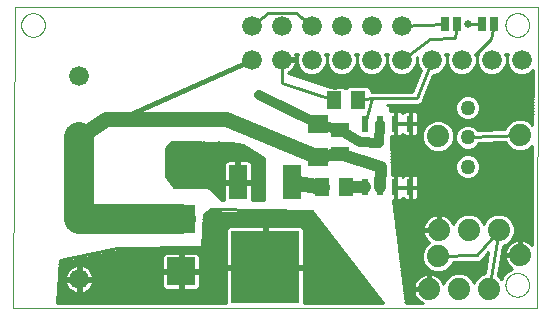
<source format=gtl>
G75*
%MOIN*%
%OFA0B0*%
%FSLAX25Y25*%
%IPPOS*%
%LPD*%
%AMOC8*
5,1,8,0,0,1.08239X$1,22.5*
%
%ADD10C,0.00000*%
%ADD11C,0.06600*%
%ADD12C,0.07400*%
%ADD13C,0.05000*%
%ADD14R,0.02362X0.05512*%
%ADD15R,0.22835X0.24409*%
%ADD16R,0.06299X0.11811*%
%ADD17R,0.05906X0.05118*%
%ADD18R,0.07087X0.06299*%
%ADD19R,0.09449X0.09449*%
%ADD20R,0.05118X0.05906*%
%ADD21R,0.02500X0.05000*%
%ADD22C,0.01000*%
%ADD23C,0.02500*%
%ADD24C,0.03200*%
%ADD25C,0.01600*%
%ADD26C,0.04000*%
%ADD27C,0.05000*%
%ADD28C,0.10000*%
D10*
X0003833Y0004000D02*
X0178333Y0004000D01*
X0178833Y0104394D01*
X0004333Y0104394D01*
X0003833Y0004000D01*
X0006522Y0098488D02*
X0006524Y0098613D01*
X0006530Y0098738D01*
X0006540Y0098862D01*
X0006554Y0098986D01*
X0006571Y0099110D01*
X0006593Y0099233D01*
X0006619Y0099355D01*
X0006648Y0099477D01*
X0006681Y0099597D01*
X0006719Y0099716D01*
X0006759Y0099835D01*
X0006804Y0099951D01*
X0006852Y0100066D01*
X0006904Y0100180D01*
X0006960Y0100292D01*
X0007019Y0100402D01*
X0007081Y0100510D01*
X0007147Y0100617D01*
X0007216Y0100721D01*
X0007289Y0100822D01*
X0007364Y0100922D01*
X0007443Y0101019D01*
X0007525Y0101113D01*
X0007610Y0101205D01*
X0007697Y0101294D01*
X0007788Y0101380D01*
X0007881Y0101463D01*
X0007977Y0101544D01*
X0008075Y0101621D01*
X0008175Y0101695D01*
X0008278Y0101766D01*
X0008383Y0101833D01*
X0008491Y0101898D01*
X0008600Y0101958D01*
X0008711Y0102016D01*
X0008824Y0102069D01*
X0008938Y0102119D01*
X0009054Y0102166D01*
X0009171Y0102208D01*
X0009290Y0102247D01*
X0009410Y0102283D01*
X0009531Y0102314D01*
X0009653Y0102342D01*
X0009775Y0102365D01*
X0009899Y0102385D01*
X0010023Y0102401D01*
X0010147Y0102413D01*
X0010272Y0102421D01*
X0010397Y0102425D01*
X0010521Y0102425D01*
X0010646Y0102421D01*
X0010771Y0102413D01*
X0010895Y0102401D01*
X0011019Y0102385D01*
X0011143Y0102365D01*
X0011265Y0102342D01*
X0011387Y0102314D01*
X0011508Y0102283D01*
X0011628Y0102247D01*
X0011747Y0102208D01*
X0011864Y0102166D01*
X0011980Y0102119D01*
X0012094Y0102069D01*
X0012207Y0102016D01*
X0012318Y0101958D01*
X0012428Y0101898D01*
X0012535Y0101833D01*
X0012640Y0101766D01*
X0012743Y0101695D01*
X0012843Y0101621D01*
X0012941Y0101544D01*
X0013037Y0101463D01*
X0013130Y0101380D01*
X0013221Y0101294D01*
X0013308Y0101205D01*
X0013393Y0101113D01*
X0013475Y0101019D01*
X0013554Y0100922D01*
X0013629Y0100822D01*
X0013702Y0100721D01*
X0013771Y0100617D01*
X0013837Y0100510D01*
X0013899Y0100402D01*
X0013958Y0100292D01*
X0014014Y0100180D01*
X0014066Y0100066D01*
X0014114Y0099951D01*
X0014159Y0099835D01*
X0014199Y0099716D01*
X0014237Y0099597D01*
X0014270Y0099477D01*
X0014299Y0099355D01*
X0014325Y0099233D01*
X0014347Y0099110D01*
X0014364Y0098986D01*
X0014378Y0098862D01*
X0014388Y0098738D01*
X0014394Y0098613D01*
X0014396Y0098488D01*
X0014394Y0098363D01*
X0014388Y0098238D01*
X0014378Y0098114D01*
X0014364Y0097990D01*
X0014347Y0097866D01*
X0014325Y0097743D01*
X0014299Y0097621D01*
X0014270Y0097499D01*
X0014237Y0097379D01*
X0014199Y0097260D01*
X0014159Y0097141D01*
X0014114Y0097025D01*
X0014066Y0096910D01*
X0014014Y0096796D01*
X0013958Y0096684D01*
X0013899Y0096574D01*
X0013837Y0096466D01*
X0013771Y0096359D01*
X0013702Y0096255D01*
X0013629Y0096154D01*
X0013554Y0096054D01*
X0013475Y0095957D01*
X0013393Y0095863D01*
X0013308Y0095771D01*
X0013221Y0095682D01*
X0013130Y0095596D01*
X0013037Y0095513D01*
X0012941Y0095432D01*
X0012843Y0095355D01*
X0012743Y0095281D01*
X0012640Y0095210D01*
X0012535Y0095143D01*
X0012427Y0095078D01*
X0012318Y0095018D01*
X0012207Y0094960D01*
X0012094Y0094907D01*
X0011980Y0094857D01*
X0011864Y0094810D01*
X0011747Y0094768D01*
X0011628Y0094729D01*
X0011508Y0094693D01*
X0011387Y0094662D01*
X0011265Y0094634D01*
X0011143Y0094611D01*
X0011019Y0094591D01*
X0010895Y0094575D01*
X0010771Y0094563D01*
X0010646Y0094555D01*
X0010521Y0094551D01*
X0010397Y0094551D01*
X0010272Y0094555D01*
X0010147Y0094563D01*
X0010023Y0094575D01*
X0009899Y0094591D01*
X0009775Y0094611D01*
X0009653Y0094634D01*
X0009531Y0094662D01*
X0009410Y0094693D01*
X0009290Y0094729D01*
X0009171Y0094768D01*
X0009054Y0094810D01*
X0008938Y0094857D01*
X0008824Y0094907D01*
X0008711Y0094960D01*
X0008600Y0095018D01*
X0008490Y0095078D01*
X0008383Y0095143D01*
X0008278Y0095210D01*
X0008175Y0095281D01*
X0008075Y0095355D01*
X0007977Y0095432D01*
X0007881Y0095513D01*
X0007788Y0095596D01*
X0007697Y0095682D01*
X0007610Y0095771D01*
X0007525Y0095863D01*
X0007443Y0095957D01*
X0007364Y0096054D01*
X0007289Y0096154D01*
X0007216Y0096255D01*
X0007147Y0096359D01*
X0007081Y0096466D01*
X0007019Y0096574D01*
X0006960Y0096684D01*
X0006904Y0096796D01*
X0006852Y0096910D01*
X0006804Y0097025D01*
X0006759Y0097141D01*
X0006719Y0097260D01*
X0006681Y0097379D01*
X0006648Y0097499D01*
X0006619Y0097621D01*
X0006593Y0097743D01*
X0006571Y0097866D01*
X0006554Y0097990D01*
X0006540Y0098114D01*
X0006530Y0098238D01*
X0006524Y0098363D01*
X0006522Y0098488D01*
X0167940Y0098488D02*
X0167942Y0098613D01*
X0167948Y0098738D01*
X0167958Y0098862D01*
X0167972Y0098986D01*
X0167989Y0099110D01*
X0168011Y0099233D01*
X0168037Y0099355D01*
X0168066Y0099477D01*
X0168099Y0099597D01*
X0168137Y0099716D01*
X0168177Y0099835D01*
X0168222Y0099951D01*
X0168270Y0100066D01*
X0168322Y0100180D01*
X0168378Y0100292D01*
X0168437Y0100402D01*
X0168499Y0100510D01*
X0168565Y0100617D01*
X0168634Y0100721D01*
X0168707Y0100822D01*
X0168782Y0100922D01*
X0168861Y0101019D01*
X0168943Y0101113D01*
X0169028Y0101205D01*
X0169115Y0101294D01*
X0169206Y0101380D01*
X0169299Y0101463D01*
X0169395Y0101544D01*
X0169493Y0101621D01*
X0169593Y0101695D01*
X0169696Y0101766D01*
X0169801Y0101833D01*
X0169909Y0101898D01*
X0170018Y0101958D01*
X0170129Y0102016D01*
X0170242Y0102069D01*
X0170356Y0102119D01*
X0170472Y0102166D01*
X0170589Y0102208D01*
X0170708Y0102247D01*
X0170828Y0102283D01*
X0170949Y0102314D01*
X0171071Y0102342D01*
X0171193Y0102365D01*
X0171317Y0102385D01*
X0171441Y0102401D01*
X0171565Y0102413D01*
X0171690Y0102421D01*
X0171815Y0102425D01*
X0171939Y0102425D01*
X0172064Y0102421D01*
X0172189Y0102413D01*
X0172313Y0102401D01*
X0172437Y0102385D01*
X0172561Y0102365D01*
X0172683Y0102342D01*
X0172805Y0102314D01*
X0172926Y0102283D01*
X0173046Y0102247D01*
X0173165Y0102208D01*
X0173282Y0102166D01*
X0173398Y0102119D01*
X0173512Y0102069D01*
X0173625Y0102016D01*
X0173736Y0101958D01*
X0173846Y0101898D01*
X0173953Y0101833D01*
X0174058Y0101766D01*
X0174161Y0101695D01*
X0174261Y0101621D01*
X0174359Y0101544D01*
X0174455Y0101463D01*
X0174548Y0101380D01*
X0174639Y0101294D01*
X0174726Y0101205D01*
X0174811Y0101113D01*
X0174893Y0101019D01*
X0174972Y0100922D01*
X0175047Y0100822D01*
X0175120Y0100721D01*
X0175189Y0100617D01*
X0175255Y0100510D01*
X0175317Y0100402D01*
X0175376Y0100292D01*
X0175432Y0100180D01*
X0175484Y0100066D01*
X0175532Y0099951D01*
X0175577Y0099835D01*
X0175617Y0099716D01*
X0175655Y0099597D01*
X0175688Y0099477D01*
X0175717Y0099355D01*
X0175743Y0099233D01*
X0175765Y0099110D01*
X0175782Y0098986D01*
X0175796Y0098862D01*
X0175806Y0098738D01*
X0175812Y0098613D01*
X0175814Y0098488D01*
X0175812Y0098363D01*
X0175806Y0098238D01*
X0175796Y0098114D01*
X0175782Y0097990D01*
X0175765Y0097866D01*
X0175743Y0097743D01*
X0175717Y0097621D01*
X0175688Y0097499D01*
X0175655Y0097379D01*
X0175617Y0097260D01*
X0175577Y0097141D01*
X0175532Y0097025D01*
X0175484Y0096910D01*
X0175432Y0096796D01*
X0175376Y0096684D01*
X0175317Y0096574D01*
X0175255Y0096466D01*
X0175189Y0096359D01*
X0175120Y0096255D01*
X0175047Y0096154D01*
X0174972Y0096054D01*
X0174893Y0095957D01*
X0174811Y0095863D01*
X0174726Y0095771D01*
X0174639Y0095682D01*
X0174548Y0095596D01*
X0174455Y0095513D01*
X0174359Y0095432D01*
X0174261Y0095355D01*
X0174161Y0095281D01*
X0174058Y0095210D01*
X0173953Y0095143D01*
X0173845Y0095078D01*
X0173736Y0095018D01*
X0173625Y0094960D01*
X0173512Y0094907D01*
X0173398Y0094857D01*
X0173282Y0094810D01*
X0173165Y0094768D01*
X0173046Y0094729D01*
X0172926Y0094693D01*
X0172805Y0094662D01*
X0172683Y0094634D01*
X0172561Y0094611D01*
X0172437Y0094591D01*
X0172313Y0094575D01*
X0172189Y0094563D01*
X0172064Y0094555D01*
X0171939Y0094551D01*
X0171815Y0094551D01*
X0171690Y0094555D01*
X0171565Y0094563D01*
X0171441Y0094575D01*
X0171317Y0094591D01*
X0171193Y0094611D01*
X0171071Y0094634D01*
X0170949Y0094662D01*
X0170828Y0094693D01*
X0170708Y0094729D01*
X0170589Y0094768D01*
X0170472Y0094810D01*
X0170356Y0094857D01*
X0170242Y0094907D01*
X0170129Y0094960D01*
X0170018Y0095018D01*
X0169908Y0095078D01*
X0169801Y0095143D01*
X0169696Y0095210D01*
X0169593Y0095281D01*
X0169493Y0095355D01*
X0169395Y0095432D01*
X0169299Y0095513D01*
X0169206Y0095596D01*
X0169115Y0095682D01*
X0169028Y0095771D01*
X0168943Y0095863D01*
X0168861Y0095957D01*
X0168782Y0096054D01*
X0168707Y0096154D01*
X0168634Y0096255D01*
X0168565Y0096359D01*
X0168499Y0096466D01*
X0168437Y0096574D01*
X0168378Y0096684D01*
X0168322Y0096796D01*
X0168270Y0096910D01*
X0168222Y0097025D01*
X0168177Y0097141D01*
X0168137Y0097260D01*
X0168099Y0097379D01*
X0168066Y0097499D01*
X0168037Y0097621D01*
X0168011Y0097743D01*
X0167989Y0097866D01*
X0167972Y0097990D01*
X0167958Y0098114D01*
X0167948Y0098238D01*
X0167942Y0098363D01*
X0167940Y0098488D01*
X0167940Y0011874D02*
X0167942Y0011999D01*
X0167948Y0012124D01*
X0167958Y0012248D01*
X0167972Y0012372D01*
X0167989Y0012496D01*
X0168011Y0012619D01*
X0168037Y0012741D01*
X0168066Y0012863D01*
X0168099Y0012983D01*
X0168137Y0013102D01*
X0168177Y0013221D01*
X0168222Y0013337D01*
X0168270Y0013452D01*
X0168322Y0013566D01*
X0168378Y0013678D01*
X0168437Y0013788D01*
X0168499Y0013896D01*
X0168565Y0014003D01*
X0168634Y0014107D01*
X0168707Y0014208D01*
X0168782Y0014308D01*
X0168861Y0014405D01*
X0168943Y0014499D01*
X0169028Y0014591D01*
X0169115Y0014680D01*
X0169206Y0014766D01*
X0169299Y0014849D01*
X0169395Y0014930D01*
X0169493Y0015007D01*
X0169593Y0015081D01*
X0169696Y0015152D01*
X0169801Y0015219D01*
X0169909Y0015284D01*
X0170018Y0015344D01*
X0170129Y0015402D01*
X0170242Y0015455D01*
X0170356Y0015505D01*
X0170472Y0015552D01*
X0170589Y0015594D01*
X0170708Y0015633D01*
X0170828Y0015669D01*
X0170949Y0015700D01*
X0171071Y0015728D01*
X0171193Y0015751D01*
X0171317Y0015771D01*
X0171441Y0015787D01*
X0171565Y0015799D01*
X0171690Y0015807D01*
X0171815Y0015811D01*
X0171939Y0015811D01*
X0172064Y0015807D01*
X0172189Y0015799D01*
X0172313Y0015787D01*
X0172437Y0015771D01*
X0172561Y0015751D01*
X0172683Y0015728D01*
X0172805Y0015700D01*
X0172926Y0015669D01*
X0173046Y0015633D01*
X0173165Y0015594D01*
X0173282Y0015552D01*
X0173398Y0015505D01*
X0173512Y0015455D01*
X0173625Y0015402D01*
X0173736Y0015344D01*
X0173846Y0015284D01*
X0173953Y0015219D01*
X0174058Y0015152D01*
X0174161Y0015081D01*
X0174261Y0015007D01*
X0174359Y0014930D01*
X0174455Y0014849D01*
X0174548Y0014766D01*
X0174639Y0014680D01*
X0174726Y0014591D01*
X0174811Y0014499D01*
X0174893Y0014405D01*
X0174972Y0014308D01*
X0175047Y0014208D01*
X0175120Y0014107D01*
X0175189Y0014003D01*
X0175255Y0013896D01*
X0175317Y0013788D01*
X0175376Y0013678D01*
X0175432Y0013566D01*
X0175484Y0013452D01*
X0175532Y0013337D01*
X0175577Y0013221D01*
X0175617Y0013102D01*
X0175655Y0012983D01*
X0175688Y0012863D01*
X0175717Y0012741D01*
X0175743Y0012619D01*
X0175765Y0012496D01*
X0175782Y0012372D01*
X0175796Y0012248D01*
X0175806Y0012124D01*
X0175812Y0011999D01*
X0175814Y0011874D01*
X0175812Y0011749D01*
X0175806Y0011624D01*
X0175796Y0011500D01*
X0175782Y0011376D01*
X0175765Y0011252D01*
X0175743Y0011129D01*
X0175717Y0011007D01*
X0175688Y0010885D01*
X0175655Y0010765D01*
X0175617Y0010646D01*
X0175577Y0010527D01*
X0175532Y0010411D01*
X0175484Y0010296D01*
X0175432Y0010182D01*
X0175376Y0010070D01*
X0175317Y0009960D01*
X0175255Y0009852D01*
X0175189Y0009745D01*
X0175120Y0009641D01*
X0175047Y0009540D01*
X0174972Y0009440D01*
X0174893Y0009343D01*
X0174811Y0009249D01*
X0174726Y0009157D01*
X0174639Y0009068D01*
X0174548Y0008982D01*
X0174455Y0008899D01*
X0174359Y0008818D01*
X0174261Y0008741D01*
X0174161Y0008667D01*
X0174058Y0008596D01*
X0173953Y0008529D01*
X0173845Y0008464D01*
X0173736Y0008404D01*
X0173625Y0008346D01*
X0173512Y0008293D01*
X0173398Y0008243D01*
X0173282Y0008196D01*
X0173165Y0008154D01*
X0173046Y0008115D01*
X0172926Y0008079D01*
X0172805Y0008048D01*
X0172683Y0008020D01*
X0172561Y0007997D01*
X0172437Y0007977D01*
X0172313Y0007961D01*
X0172189Y0007949D01*
X0172064Y0007941D01*
X0171939Y0007937D01*
X0171815Y0007937D01*
X0171690Y0007941D01*
X0171565Y0007949D01*
X0171441Y0007961D01*
X0171317Y0007977D01*
X0171193Y0007997D01*
X0171071Y0008020D01*
X0170949Y0008048D01*
X0170828Y0008079D01*
X0170708Y0008115D01*
X0170589Y0008154D01*
X0170472Y0008196D01*
X0170356Y0008243D01*
X0170242Y0008293D01*
X0170129Y0008346D01*
X0170018Y0008404D01*
X0169908Y0008464D01*
X0169801Y0008529D01*
X0169696Y0008596D01*
X0169593Y0008667D01*
X0169493Y0008741D01*
X0169395Y0008818D01*
X0169299Y0008899D01*
X0169206Y0008982D01*
X0169115Y0009068D01*
X0169028Y0009157D01*
X0168943Y0009249D01*
X0168861Y0009343D01*
X0168782Y0009440D01*
X0168707Y0009540D01*
X0168634Y0009641D01*
X0168565Y0009745D01*
X0168499Y0009852D01*
X0168437Y0009960D01*
X0168378Y0010070D01*
X0168322Y0010182D01*
X0168270Y0010296D01*
X0168222Y0010411D01*
X0168177Y0010527D01*
X0168137Y0010646D01*
X0168099Y0010765D01*
X0168066Y0010885D01*
X0168037Y0011007D01*
X0168011Y0011129D01*
X0167989Y0011252D01*
X0167972Y0011376D01*
X0167958Y0011500D01*
X0167948Y0011624D01*
X0167942Y0011749D01*
X0167940Y0011874D01*
D11*
X0163333Y0086874D03*
X0153333Y0086874D03*
X0143333Y0086874D03*
X0133333Y0086874D03*
X0123333Y0086874D03*
X0113333Y0086874D03*
X0103333Y0086874D03*
X0093333Y0086874D03*
X0083333Y0086874D03*
X0083491Y0098094D03*
X0093491Y0098094D03*
X0103491Y0098094D03*
X0113491Y0098094D03*
X0123491Y0098094D03*
X0133491Y0098094D03*
X0173333Y0086874D03*
X0025833Y0081343D03*
X0025833Y0061264D03*
X0025833Y0033843D03*
X0025833Y0013764D03*
D12*
X0142396Y0010500D03*
X0152396Y0010500D03*
X0162396Y0010500D03*
X0172853Y0021756D03*
X0165668Y0030232D03*
X0155668Y0030232D03*
X0145668Y0030232D03*
X0145499Y0021402D03*
X0145499Y0061402D03*
X0172853Y0061756D03*
D13*
X0155381Y0061083D03*
X0155381Y0070925D03*
X0155381Y0051240D03*
D14*
X0136235Y0044390D03*
X0131235Y0044390D03*
X0126235Y0044390D03*
X0121235Y0044390D03*
X0121235Y0065650D03*
X0126235Y0065650D03*
X0131235Y0065650D03*
X0136235Y0065650D03*
D15*
X0087833Y0017732D03*
D16*
X0078778Y0046000D03*
X0096888Y0046000D03*
D17*
X0112833Y0055563D03*
X0112833Y0063437D03*
D18*
X0105333Y0065512D03*
X0105333Y0054488D03*
D19*
X0059833Y0033661D03*
X0059833Y0016339D03*
D20*
X0106896Y0044500D03*
X0114770Y0044500D03*
X0110896Y0073500D03*
X0118770Y0073500D03*
D21*
X0147858Y0098882D03*
X0151801Y0098882D03*
X0160062Y0098882D03*
X0164006Y0098882D03*
D22*
X0163215Y0093764D01*
X0158278Y0088902D01*
X0157917Y0088873D02*
X0158750Y0088873D01*
X0158750Y0088874D02*
X0158333Y0087869D01*
X0157917Y0088874D01*
X0158750Y0088874D01*
X0158336Y0087875D02*
X0158331Y0087875D01*
X0158333Y0087869D02*
X0158333Y0085879D01*
X0157572Y0084042D01*
X0156166Y0082635D01*
X0154328Y0081874D01*
X0152339Y0081874D01*
X0150501Y0082635D01*
X0149095Y0084042D01*
X0148333Y0085879D01*
X0148333Y0087869D01*
X0147917Y0088874D01*
X0148750Y0088874D01*
X0148333Y0087869D01*
X0148333Y0085879D01*
X0147572Y0084042D01*
X0146166Y0082635D01*
X0144328Y0081874D01*
X0143752Y0081874D01*
X0140533Y0073588D01*
X0140533Y0073089D01*
X0140216Y0072772D01*
X0140054Y0072354D01*
X0139597Y0072153D01*
X0139245Y0071800D01*
X0138796Y0071800D01*
X0138386Y0071619D01*
X0137921Y0071800D01*
X0128409Y0071800D01*
X0129333Y0071500D01*
X0129391Y0069755D01*
X0129475Y0069803D01*
X0129856Y0069905D01*
X0131144Y0069905D01*
X0131144Y0065740D01*
X0131325Y0065740D01*
X0131325Y0069905D01*
X0132613Y0069905D01*
X0132995Y0069803D01*
X0133337Y0069606D01*
X0133616Y0069327D01*
X0133735Y0069121D01*
X0133854Y0069327D01*
X0134133Y0069606D01*
X0134475Y0069803D01*
X0134856Y0069905D01*
X0136144Y0069905D01*
X0136144Y0065740D01*
X0136144Y0065559D01*
X0131326Y0065559D01*
X0131326Y0065740D01*
X0133916Y0065740D01*
X0136144Y0065740D01*
X0136325Y0065740D01*
X0136325Y0069905D01*
X0137613Y0069905D01*
X0137995Y0069803D01*
X0138337Y0069606D01*
X0138616Y0069327D01*
X0138814Y0068984D01*
X0138916Y0068603D01*
X0138916Y0065740D01*
X0136326Y0065740D01*
X0136326Y0065559D01*
X0138916Y0065559D01*
X0138916Y0062696D01*
X0138814Y0062315D01*
X0138616Y0061973D01*
X0138337Y0061693D01*
X0137995Y0061496D01*
X0137613Y0061394D01*
X0136325Y0061394D01*
X0136325Y0065559D01*
X0136144Y0065559D01*
X0136144Y0061394D01*
X0134856Y0061394D01*
X0134475Y0061496D01*
X0134133Y0061693D01*
X0133854Y0061973D01*
X0133735Y0062178D01*
X0133616Y0061973D01*
X0133337Y0061693D01*
X0132995Y0061496D01*
X0132613Y0061394D01*
X0131325Y0061394D01*
X0131325Y0065559D01*
X0131144Y0065559D01*
X0131144Y0061394D01*
X0129856Y0061394D01*
X0129669Y0061444D01*
X0129989Y0051818D01*
X0130044Y0051681D01*
X0130035Y0051096D01*
X0130074Y0050512D01*
X0130037Y0050401D01*
X0130095Y0048646D01*
X0131144Y0048646D01*
X0131144Y0044480D01*
X0131325Y0044480D01*
X0131325Y0048646D01*
X0132613Y0048646D01*
X0132995Y0048543D01*
X0133337Y0048346D01*
X0133616Y0048067D01*
X0133735Y0047861D01*
X0133854Y0048067D01*
X0134133Y0048346D01*
X0134475Y0048543D01*
X0134856Y0048646D01*
X0136144Y0048646D01*
X0136144Y0044480D01*
X0136144Y0044299D01*
X0133554Y0044299D01*
X0131326Y0044299D01*
X0131326Y0044480D01*
X0136144Y0044480D01*
X0136325Y0044480D01*
X0136325Y0048646D01*
X0137613Y0048646D01*
X0137995Y0048543D01*
X0138337Y0048346D01*
X0138616Y0048067D01*
X0138814Y0047725D01*
X0138916Y0047343D01*
X0138916Y0044480D01*
X0136326Y0044480D01*
X0136326Y0044299D01*
X0138916Y0044299D01*
X0138916Y0041436D01*
X0138814Y0041055D01*
X0138616Y0040713D01*
X0138337Y0040434D01*
X0137995Y0040236D01*
X0137613Y0040134D01*
X0136325Y0040134D01*
X0136325Y0044299D01*
X0136144Y0044299D01*
X0136144Y0040134D01*
X0134856Y0040134D01*
X0134475Y0040236D01*
X0134133Y0040434D01*
X0133854Y0040713D01*
X0133735Y0040918D01*
X0133616Y0040713D01*
X0133337Y0040434D01*
X0132995Y0040236D01*
X0132613Y0040134D01*
X0131325Y0040134D01*
X0131325Y0044299D01*
X0131144Y0044299D01*
X0131144Y0040134D01*
X0130497Y0040134D01*
X0134629Y0005700D01*
X0140363Y0005700D01*
X0139671Y0006053D01*
X0139009Y0006534D01*
X0138430Y0007112D01*
X0137949Y0007775D01*
X0137577Y0008504D01*
X0137324Y0009282D01*
X0137196Y0010091D01*
X0137196Y0010200D01*
X0142096Y0010200D01*
X0142096Y0010800D01*
X0137196Y0010800D01*
X0137196Y0010909D01*
X0137324Y0011718D01*
X0137577Y0012496D01*
X0137949Y0013225D01*
X0138430Y0013888D01*
X0139009Y0014466D01*
X0139671Y0014947D01*
X0140400Y0015319D01*
X0141179Y0015572D01*
X0141987Y0015700D01*
X0142096Y0015700D01*
X0142096Y0010800D01*
X0142696Y0010800D01*
X0142696Y0015700D01*
X0142806Y0015700D01*
X0143614Y0015572D01*
X0144392Y0015319D01*
X0145122Y0014947D01*
X0145784Y0014466D01*
X0146363Y0013888D01*
X0146844Y0013225D01*
X0147215Y0012496D01*
X0147287Y0012276D01*
X0147818Y0013559D01*
X0149337Y0015078D01*
X0151322Y0015900D01*
X0153470Y0015900D01*
X0155455Y0015078D01*
X0156974Y0013559D01*
X0157396Y0012540D01*
X0157818Y0013559D01*
X0159337Y0015078D01*
X0161042Y0015784D01*
X0162187Y0022689D01*
X0160710Y0020936D01*
X0160712Y0020859D01*
X0160130Y0020248D01*
X0159586Y0019602D01*
X0159509Y0019595D01*
X0159455Y0019539D01*
X0158611Y0019519D01*
X0157770Y0019447D01*
X0157711Y0019497D01*
X0150482Y0019322D01*
X0150077Y0018343D01*
X0148558Y0016824D01*
X0146573Y0016002D01*
X0144425Y0016002D01*
X0142440Y0016824D01*
X0140921Y0018343D01*
X0140099Y0020327D01*
X0140099Y0022476D01*
X0140921Y0024460D01*
X0142440Y0025979D01*
X0142589Y0026041D01*
X0142280Y0026266D01*
X0141702Y0026845D01*
X0141221Y0027507D01*
X0140849Y0028236D01*
X0140596Y0029015D01*
X0140468Y0029823D01*
X0140468Y0029932D01*
X0145368Y0029932D01*
X0145368Y0030532D01*
X0140468Y0030532D01*
X0140468Y0030642D01*
X0140596Y0031450D01*
X0140849Y0032228D01*
X0141221Y0032958D01*
X0141702Y0033620D01*
X0142280Y0034199D01*
X0142943Y0034680D01*
X0143672Y0035051D01*
X0144450Y0035304D01*
X0145259Y0035432D01*
X0145368Y0035432D01*
X0145368Y0030532D01*
X0145968Y0030532D01*
X0145968Y0035432D01*
X0146077Y0035432D01*
X0146886Y0035304D01*
X0147664Y0035051D01*
X0148393Y0034680D01*
X0149056Y0034199D01*
X0149634Y0033620D01*
X0150115Y0032958D01*
X0150487Y0032228D01*
X0150559Y0032008D01*
X0151090Y0033291D01*
X0152609Y0034810D01*
X0154594Y0035632D01*
X0156742Y0035632D01*
X0158727Y0034810D01*
X0160246Y0033291D01*
X0160668Y0032272D01*
X0161090Y0033291D01*
X0162609Y0034810D01*
X0164594Y0035632D01*
X0166742Y0035632D01*
X0168727Y0034810D01*
X0170246Y0033291D01*
X0171068Y0031306D01*
X0171068Y0029158D01*
X0170246Y0027173D01*
X0168727Y0025654D01*
X0167022Y0024948D01*
X0165390Y0015105D01*
X0165455Y0015078D01*
X0166620Y0013913D01*
X0167098Y0015067D01*
X0168684Y0016653D01*
X0170190Y0017277D01*
X0170128Y0017308D01*
X0169465Y0017790D01*
X0168887Y0018368D01*
X0168406Y0019030D01*
X0168034Y0019760D01*
X0167781Y0020538D01*
X0167653Y0021347D01*
X0167653Y0021370D01*
X0172467Y0021370D01*
X0172467Y0022142D01*
X0172467Y0026956D01*
X0172444Y0026956D01*
X0171635Y0026828D01*
X0170857Y0026575D01*
X0170128Y0026203D01*
X0169465Y0025722D01*
X0168887Y0025143D01*
X0168406Y0024481D01*
X0168034Y0023752D01*
X0167781Y0022974D01*
X0167653Y0022165D01*
X0167653Y0022142D01*
X0172467Y0022142D01*
X0173239Y0022142D01*
X0173239Y0026956D01*
X0173262Y0026956D01*
X0174071Y0026828D01*
X0174849Y0026575D01*
X0175578Y0026203D01*
X0176241Y0025722D01*
X0176739Y0025224D01*
X0176903Y0058169D01*
X0175912Y0057178D01*
X0173927Y0056356D01*
X0171779Y0056356D01*
X0169794Y0057178D01*
X0168275Y0058697D01*
X0167998Y0059367D01*
X0159074Y0059023D01*
X0158941Y0058704D01*
X0157760Y0057522D01*
X0156216Y0056883D01*
X0154545Y0056883D01*
X0153001Y0057522D01*
X0151820Y0058704D01*
X0151181Y0060247D01*
X0151181Y0061918D01*
X0151820Y0063462D01*
X0153001Y0064643D01*
X0154545Y0065283D01*
X0156216Y0065283D01*
X0157760Y0064643D01*
X0158941Y0063462D01*
X0158958Y0063422D01*
X0167840Y0063764D01*
X0168275Y0064815D01*
X0169794Y0066334D01*
X0171779Y0067156D01*
X0173927Y0067156D01*
X0175912Y0066334D01*
X0176939Y0065307D01*
X0177029Y0083499D01*
X0176166Y0082635D01*
X0174328Y0081874D01*
X0172339Y0081874D01*
X0170501Y0082635D01*
X0169095Y0084042D01*
X0168333Y0085879D01*
X0168333Y0087869D01*
X0167917Y0088874D01*
X0168750Y0088874D01*
X0168333Y0087869D01*
X0168333Y0085879D01*
X0167572Y0084042D01*
X0166166Y0082635D01*
X0164328Y0081874D01*
X0162339Y0081874D01*
X0160501Y0082635D01*
X0159095Y0084042D01*
X0158333Y0085879D01*
X0158333Y0087869D01*
X0158333Y0086876D02*
X0158333Y0086876D01*
X0158333Y0085878D02*
X0158334Y0085878D01*
X0157919Y0084879D02*
X0158748Y0084879D01*
X0159255Y0083881D02*
X0157411Y0083881D01*
X0156413Y0082882D02*
X0160254Y0082882D01*
X0162315Y0081884D02*
X0154352Y0081884D01*
X0152315Y0081884D02*
X0144352Y0081884D01*
X0143368Y0080885D02*
X0177016Y0080885D01*
X0177011Y0079887D02*
X0142980Y0079887D01*
X0142592Y0078888D02*
X0177006Y0078888D01*
X0177001Y0077890D02*
X0142204Y0077890D01*
X0141816Y0076891D02*
X0176996Y0076891D01*
X0176991Y0075893D02*
X0141429Y0075893D01*
X0141041Y0074894D02*
X0153988Y0074894D01*
X0154545Y0075125D02*
X0153001Y0074486D01*
X0151820Y0073304D01*
X0151181Y0071761D01*
X0151181Y0070090D01*
X0151820Y0068546D01*
X0153001Y0067365D01*
X0154545Y0066725D01*
X0156216Y0066725D01*
X0157760Y0067365D01*
X0158941Y0068546D01*
X0159581Y0070090D01*
X0159581Y0071761D01*
X0158941Y0073304D01*
X0157760Y0074486D01*
X0156216Y0075125D01*
X0154545Y0075125D01*
X0156773Y0074894D02*
X0176986Y0074894D01*
X0176981Y0073896D02*
X0158350Y0073896D01*
X0159110Y0072897D02*
X0176976Y0072897D01*
X0176971Y0071899D02*
X0159523Y0071899D01*
X0159581Y0070900D02*
X0176967Y0070900D01*
X0176962Y0069902D02*
X0159503Y0069902D01*
X0159089Y0068903D02*
X0176957Y0068903D01*
X0176952Y0067905D02*
X0158300Y0067905D01*
X0156653Y0066906D02*
X0171176Y0066906D01*
X0169368Y0065908D02*
X0148629Y0065908D01*
X0148558Y0065979D02*
X0146573Y0066802D01*
X0144425Y0066802D01*
X0142440Y0065979D01*
X0140921Y0064460D01*
X0140099Y0062476D01*
X0140099Y0060327D01*
X0140921Y0058343D01*
X0142440Y0056824D01*
X0144425Y0056002D01*
X0146573Y0056002D01*
X0148558Y0056824D01*
X0150077Y0058343D01*
X0150899Y0060327D01*
X0150899Y0062476D01*
X0150077Y0064460D01*
X0148558Y0065979D01*
X0149628Y0064909D02*
X0153643Y0064909D01*
X0152269Y0063911D02*
X0150304Y0063911D01*
X0150718Y0062912D02*
X0151592Y0062912D01*
X0151181Y0061914D02*
X0150899Y0061914D01*
X0150899Y0060915D02*
X0151181Y0060915D01*
X0151318Y0059917D02*
X0150729Y0059917D01*
X0150315Y0058918D02*
X0151731Y0058918D01*
X0152604Y0057920D02*
X0149653Y0057920D01*
X0148655Y0056921D02*
X0154452Y0056921D01*
X0156309Y0056921D02*
X0170414Y0056921D01*
X0169053Y0057920D02*
X0158157Y0057920D01*
X0159030Y0058918D02*
X0168184Y0058918D01*
X0172853Y0061756D02*
X0155381Y0061083D01*
X0158492Y0063911D02*
X0167901Y0063911D01*
X0168370Y0064909D02*
X0157118Y0064909D01*
X0154108Y0066906D02*
X0138916Y0066906D01*
X0138916Y0065908D02*
X0142368Y0065908D01*
X0141370Y0064909D02*
X0138916Y0064909D01*
X0138916Y0063911D02*
X0140693Y0063911D01*
X0140279Y0062912D02*
X0138916Y0062912D01*
X0138557Y0061914D02*
X0140099Y0061914D01*
X0140099Y0060915D02*
X0129686Y0060915D01*
X0129719Y0059917D02*
X0140269Y0059917D01*
X0140682Y0058918D02*
X0129753Y0058918D01*
X0129786Y0057920D02*
X0141344Y0057920D01*
X0142342Y0056921D02*
X0129819Y0056921D01*
X0129853Y0055923D02*
X0176892Y0055923D01*
X0176897Y0056921D02*
X0175292Y0056921D01*
X0176653Y0057920D02*
X0176902Y0057920D01*
X0176887Y0054924D02*
X0157462Y0054924D01*
X0157760Y0054801D02*
X0156216Y0055440D01*
X0154545Y0055440D01*
X0153001Y0054801D01*
X0151820Y0053619D01*
X0151181Y0052076D01*
X0151181Y0050405D01*
X0151820Y0048861D01*
X0153001Y0047680D01*
X0154545Y0047040D01*
X0156216Y0047040D01*
X0157760Y0047680D01*
X0158941Y0048861D01*
X0159581Y0050405D01*
X0159581Y0052076D01*
X0158941Y0053619D01*
X0157760Y0054801D01*
X0158635Y0053926D02*
X0176882Y0053926D01*
X0176877Y0052927D02*
X0159228Y0052927D01*
X0159581Y0051929D02*
X0176872Y0051929D01*
X0176867Y0050930D02*
X0159581Y0050930D01*
X0159385Y0049932D02*
X0176862Y0049932D01*
X0176857Y0048933D02*
X0158971Y0048933D01*
X0158015Y0047934D02*
X0176852Y0047934D01*
X0176847Y0046936D02*
X0138916Y0046936D01*
X0138916Y0045937D02*
X0176842Y0045937D01*
X0176837Y0044939D02*
X0138916Y0044939D01*
X0138916Y0043940D02*
X0176832Y0043940D01*
X0176827Y0042942D02*
X0138916Y0042942D01*
X0138916Y0041943D02*
X0176822Y0041943D01*
X0176817Y0040945D02*
X0138750Y0040945D01*
X0136325Y0040945D02*
X0136144Y0040945D01*
X0136144Y0041943D02*
X0136325Y0041943D01*
X0136325Y0042942D02*
X0136144Y0042942D01*
X0136144Y0043940D02*
X0136325Y0043940D01*
X0136325Y0044939D02*
X0136144Y0044939D01*
X0136144Y0045937D02*
X0136325Y0045937D01*
X0136325Y0046936D02*
X0136144Y0046936D01*
X0136144Y0047934D02*
X0136325Y0047934D01*
X0138693Y0047934D02*
X0152747Y0047934D01*
X0151790Y0048933D02*
X0130086Y0048933D01*
X0130052Y0049932D02*
X0151377Y0049932D01*
X0151181Y0050930D02*
X0130046Y0050930D01*
X0129986Y0051929D02*
X0151181Y0051929D01*
X0151533Y0052927D02*
X0129952Y0052927D01*
X0129919Y0053926D02*
X0152126Y0053926D01*
X0153299Y0054924D02*
X0129886Y0054924D01*
X0131144Y0061914D02*
X0131325Y0061914D01*
X0131325Y0062912D02*
X0131144Y0062912D01*
X0131144Y0063911D02*
X0131325Y0063911D01*
X0131325Y0064909D02*
X0131144Y0064909D01*
X0131144Y0065908D02*
X0131325Y0065908D01*
X0131325Y0066906D02*
X0131144Y0066906D01*
X0131144Y0067905D02*
X0131325Y0067905D01*
X0131325Y0068903D02*
X0131144Y0068903D01*
X0131144Y0069902D02*
X0131325Y0069902D01*
X0132627Y0069902D02*
X0134842Y0069902D01*
X0136144Y0069902D02*
X0136325Y0069902D01*
X0136325Y0068903D02*
X0136144Y0068903D01*
X0136144Y0067905D02*
X0136325Y0067905D01*
X0136325Y0066906D02*
X0136144Y0066906D01*
X0136144Y0065908D02*
X0136325Y0065908D01*
X0136325Y0064909D02*
X0136144Y0064909D01*
X0136144Y0063911D02*
X0136325Y0063911D01*
X0136325Y0062912D02*
X0136144Y0062912D01*
X0136144Y0061914D02*
X0136325Y0061914D01*
X0133913Y0061914D02*
X0133557Y0061914D01*
X0138916Y0067905D02*
X0152461Y0067905D01*
X0151672Y0068903D02*
X0138836Y0068903D01*
X0137627Y0069902D02*
X0151258Y0069902D01*
X0151181Y0070900D02*
X0129353Y0070900D01*
X0129387Y0069902D02*
X0129842Y0069902D01*
X0123333Y0074000D02*
X0121235Y0065650D01*
X0118770Y0073500D02*
X0123333Y0074000D01*
X0138333Y0074000D01*
X0143333Y0086874D01*
X0148333Y0086876D02*
X0148333Y0086876D01*
X0148333Y0085878D02*
X0148334Y0085878D01*
X0147919Y0084879D02*
X0148748Y0084879D01*
X0149255Y0083881D02*
X0147411Y0083881D01*
X0146413Y0082882D02*
X0150254Y0082882D01*
X0148336Y0087875D02*
X0148331Y0087875D01*
X0147917Y0088873D02*
X0148750Y0088873D01*
X0151010Y0094157D02*
X0142743Y0093764D01*
X0133333Y0086874D01*
X0128333Y0086876D02*
X0128333Y0086876D01*
X0128333Y0087869D02*
X0128333Y0085879D01*
X0128333Y0087869D01*
X0127917Y0088874D01*
X0128750Y0088874D01*
X0128333Y0087869D01*
X0128331Y0087875D02*
X0128336Y0087875D01*
X0128750Y0088873D02*
X0127917Y0088873D01*
X0128333Y0085879D02*
X0129095Y0084042D01*
X0130501Y0082635D01*
X0132339Y0081874D01*
X0134328Y0081874D01*
X0136166Y0082635D01*
X0137572Y0084042D01*
X0138333Y0085879D01*
X0138333Y0087808D01*
X0138333Y0087808D01*
X0138333Y0085879D01*
X0139095Y0084042D01*
X0139655Y0083481D01*
X0136828Y0076200D01*
X0124107Y0076200D01*
X0124000Y0076286D01*
X0123486Y0076230D01*
X0123029Y0076345D01*
X0123029Y0077157D01*
X0122034Y0078153D01*
X0115507Y0078153D01*
X0114682Y0077328D01*
X0114656Y0077374D01*
X0114376Y0077653D01*
X0114034Y0077851D01*
X0113653Y0077953D01*
X0111396Y0077953D01*
X0111396Y0077324D01*
X0110396Y0077648D01*
X0110396Y0077953D01*
X0109459Y0077953D01*
X0095373Y0082526D01*
X0095849Y0082769D01*
X0096460Y0083213D01*
X0096995Y0083747D01*
X0097439Y0084358D01*
X0097782Y0085031D01*
X0098015Y0085750D01*
X0098114Y0086374D01*
X0093833Y0086374D01*
X0093833Y0087374D01*
X0098114Y0087374D01*
X0098015Y0087998D01*
X0097782Y0088717D01*
X0097701Y0088874D01*
X0098750Y0088874D01*
X0098333Y0087869D01*
X0098333Y0085879D01*
X0099095Y0084042D01*
X0100501Y0082635D01*
X0102339Y0081874D01*
X0104328Y0081874D01*
X0106166Y0082635D01*
X0107572Y0084042D01*
X0108333Y0085879D01*
X0108333Y0087869D01*
X0107917Y0088874D01*
X0108750Y0088874D01*
X0108333Y0087869D01*
X0108333Y0085879D01*
X0109095Y0084042D01*
X0110501Y0082635D01*
X0112339Y0081874D01*
X0114328Y0081874D01*
X0116166Y0082635D01*
X0117572Y0084042D01*
X0118333Y0085879D01*
X0118333Y0087869D01*
X0117917Y0088874D01*
X0118750Y0088874D01*
X0118333Y0087869D01*
X0118333Y0085879D01*
X0119095Y0084042D01*
X0120501Y0082635D01*
X0122339Y0081874D01*
X0124328Y0081874D01*
X0126166Y0082635D01*
X0127572Y0084042D01*
X0128333Y0085879D01*
X0128333Y0085878D02*
X0128334Y0085878D01*
X0127919Y0084879D02*
X0128748Y0084879D01*
X0129255Y0083881D02*
X0127411Y0083881D01*
X0126413Y0082882D02*
X0130254Y0082882D01*
X0132315Y0081884D02*
X0124352Y0081884D01*
X0122315Y0081884D02*
X0114352Y0081884D01*
X0112315Y0081884D02*
X0104352Y0081884D01*
X0102315Y0081884D02*
X0097351Y0081884D01*
X0096006Y0082882D02*
X0100254Y0082882D01*
X0099255Y0083881D02*
X0097092Y0083881D01*
X0097704Y0084879D02*
X0098748Y0084879D01*
X0098334Y0085878D02*
X0098035Y0085878D01*
X0098333Y0086876D02*
X0093833Y0086876D01*
X0093333Y0086874D02*
X0093333Y0079000D01*
X0110896Y0073500D01*
X0110396Y0077890D02*
X0111396Y0077890D01*
X0113888Y0077890D02*
X0115244Y0077890D01*
X0122296Y0077890D02*
X0137484Y0077890D01*
X0137872Y0078888D02*
X0106577Y0078888D01*
X0103502Y0079887D02*
X0138260Y0079887D01*
X0138647Y0080885D02*
X0100426Y0080885D01*
X0106413Y0082882D02*
X0110254Y0082882D01*
X0109255Y0083881D02*
X0107411Y0083881D01*
X0107919Y0084879D02*
X0108748Y0084879D01*
X0108333Y0085878D02*
X0108334Y0085878D01*
X0108333Y0086876D02*
X0108333Y0086876D01*
X0108331Y0087875D02*
X0108336Y0087875D01*
X0108750Y0088873D02*
X0107917Y0088873D01*
X0098750Y0088873D02*
X0097702Y0088873D01*
X0098035Y0087875D02*
X0098336Y0087875D01*
X0103491Y0098094D02*
X0098255Y0102583D01*
X0088806Y0102583D01*
X0083491Y0098094D01*
X0116413Y0082882D02*
X0120254Y0082882D01*
X0119255Y0083881D02*
X0117411Y0083881D01*
X0117919Y0084879D02*
X0118748Y0084879D01*
X0118333Y0085878D02*
X0118334Y0085878D01*
X0118333Y0086876D02*
X0118333Y0086876D01*
X0118331Y0087875D02*
X0118336Y0087875D01*
X0118750Y0088873D02*
X0117917Y0088873D01*
X0133491Y0098094D02*
X0147858Y0098882D01*
X0151801Y0098882D02*
X0151010Y0094157D01*
X0155341Y0098882D02*
X0160062Y0098882D01*
X0167917Y0088873D02*
X0168750Y0088873D01*
X0168336Y0087875D02*
X0168331Y0087875D01*
X0168333Y0086876D02*
X0168333Y0086876D01*
X0168333Y0085878D02*
X0168334Y0085878D01*
X0167919Y0084879D02*
X0168748Y0084879D01*
X0169255Y0083881D02*
X0167411Y0083881D01*
X0166413Y0082882D02*
X0170254Y0082882D01*
X0172315Y0081884D02*
X0164352Y0081884D01*
X0174352Y0081884D02*
X0177021Y0081884D01*
X0177026Y0082882D02*
X0176413Y0082882D01*
X0152411Y0073896D02*
X0140653Y0073896D01*
X0140342Y0072897D02*
X0151651Y0072897D01*
X0151238Y0071899D02*
X0139343Y0071899D01*
X0137096Y0076891D02*
X0123029Y0076891D01*
X0134352Y0081884D02*
X0139035Y0081884D01*
X0139423Y0082882D02*
X0136413Y0082882D01*
X0137411Y0083881D02*
X0139255Y0083881D01*
X0138748Y0084879D02*
X0137919Y0084879D01*
X0138333Y0085878D02*
X0138334Y0085878D01*
X0138333Y0086876D02*
X0138333Y0086876D01*
X0174530Y0066906D02*
X0176947Y0066906D01*
X0176942Y0065908D02*
X0176338Y0065908D01*
X0133777Y0047934D02*
X0133693Y0047934D01*
X0131325Y0047934D02*
X0131144Y0047934D01*
X0131144Y0046936D02*
X0131325Y0046936D01*
X0131325Y0045937D02*
X0131144Y0045937D01*
X0131144Y0044939D02*
X0131325Y0044939D01*
X0131325Y0043940D02*
X0131144Y0043940D01*
X0131144Y0042942D02*
X0131325Y0042942D01*
X0131325Y0041943D02*
X0131144Y0041943D01*
X0131144Y0040945D02*
X0131325Y0040945D01*
X0130520Y0039946D02*
X0176812Y0039946D01*
X0176807Y0038948D02*
X0130640Y0038948D01*
X0130759Y0037949D02*
X0176802Y0037949D01*
X0176797Y0036951D02*
X0130879Y0036951D01*
X0130999Y0035952D02*
X0176792Y0035952D01*
X0176787Y0034954D02*
X0168380Y0034954D01*
X0169582Y0033955D02*
X0176783Y0033955D01*
X0176778Y0032957D02*
X0170384Y0032957D01*
X0170798Y0031958D02*
X0176773Y0031958D01*
X0176768Y0030960D02*
X0171068Y0030960D01*
X0171068Y0029961D02*
X0176763Y0029961D01*
X0176758Y0028963D02*
X0170987Y0028963D01*
X0170573Y0027964D02*
X0176753Y0027964D01*
X0176748Y0026966D02*
X0170038Y0026966D01*
X0169803Y0025967D02*
X0169040Y0025967D01*
X0168760Y0024969D02*
X0167072Y0024969D01*
X0166860Y0023970D02*
X0168145Y0023970D01*
X0167781Y0022972D02*
X0166694Y0022972D01*
X0166529Y0021973D02*
X0172467Y0021973D01*
X0172467Y0022972D02*
X0173239Y0022972D01*
X0173239Y0023970D02*
X0172467Y0023970D01*
X0172467Y0024969D02*
X0173239Y0024969D01*
X0173239Y0025967D02*
X0172467Y0025967D01*
X0175903Y0025967D02*
X0176743Y0025967D01*
X0167712Y0020975D02*
X0166363Y0020975D01*
X0166198Y0019976D02*
X0167964Y0019976D01*
X0168444Y0018978D02*
X0166032Y0018978D01*
X0165866Y0017979D02*
X0169276Y0017979D01*
X0169475Y0016981D02*
X0165701Y0016981D01*
X0165535Y0015982D02*
X0168013Y0015982D01*
X0167063Y0014984D02*
X0165549Y0014984D01*
X0166548Y0013985D02*
X0166650Y0013985D01*
X0162396Y0010500D02*
X0165668Y0030232D01*
X0158491Y0021717D01*
X0145499Y0021402D01*
X0150340Y0018978D02*
X0161572Y0018978D01*
X0161737Y0019976D02*
X0159901Y0019976D01*
X0160743Y0020975D02*
X0161903Y0020975D01*
X0162069Y0021973D02*
X0161584Y0021973D01*
X0161406Y0017979D02*
X0149713Y0017979D01*
X0148715Y0016981D02*
X0161241Y0016981D01*
X0161075Y0015982D02*
X0133395Y0015982D01*
X0133515Y0014984D02*
X0139742Y0014984D01*
X0138528Y0013985D02*
X0133635Y0013985D01*
X0133755Y0012987D02*
X0137827Y0012987D01*
X0137412Y0011988D02*
X0133875Y0011988D01*
X0133995Y0010990D02*
X0137209Y0010990D01*
X0137212Y0009991D02*
X0134114Y0009991D01*
X0134234Y0008993D02*
X0137419Y0008993D01*
X0137837Y0007994D02*
X0134354Y0007994D01*
X0134474Y0006996D02*
X0138547Y0006996D01*
X0139780Y0005997D02*
X0134594Y0005997D01*
X0127026Y0005700D02*
X0100751Y0005700D01*
X0100751Y0017232D01*
X0088333Y0017232D01*
X0088333Y0018232D01*
X0087333Y0018232D01*
X0087333Y0017232D01*
X0074916Y0017232D01*
X0074916Y0005700D01*
X0018440Y0005700D01*
X0019333Y0020000D01*
X0038333Y0024000D01*
X0066833Y0024500D01*
X0067333Y0035500D01*
X0069833Y0037000D01*
X0103333Y0036500D01*
X0127026Y0005700D01*
X0126797Y0005997D02*
X0100751Y0005997D01*
X0100751Y0006996D02*
X0126029Y0006996D01*
X0125261Y0007994D02*
X0100751Y0007994D01*
X0100751Y0008993D02*
X0124493Y0008993D01*
X0123725Y0009991D02*
X0100751Y0009991D01*
X0100751Y0010990D02*
X0122957Y0010990D01*
X0122189Y0011988D02*
X0100751Y0011988D01*
X0100751Y0012987D02*
X0121421Y0012987D01*
X0120652Y0013985D02*
X0100751Y0013985D01*
X0100751Y0014984D02*
X0119884Y0014984D01*
X0119116Y0015982D02*
X0100751Y0015982D01*
X0100751Y0016981D02*
X0118348Y0016981D01*
X0117580Y0017979D02*
X0088333Y0017979D01*
X0088333Y0018232D02*
X0100751Y0018232D01*
X0100751Y0030134D01*
X0100648Y0030516D01*
X0100451Y0030858D01*
X0100172Y0031137D01*
X0099830Y0031335D01*
X0099448Y0031437D01*
X0088333Y0031437D01*
X0088333Y0018232D01*
X0088333Y0018978D02*
X0087333Y0018978D01*
X0087333Y0018232D02*
X0087333Y0031437D01*
X0076219Y0031437D01*
X0075837Y0031335D01*
X0075495Y0031137D01*
X0075216Y0030858D01*
X0075018Y0030516D01*
X0074916Y0030134D01*
X0074916Y0018232D01*
X0087333Y0018232D01*
X0087333Y0017979D02*
X0066058Y0017979D01*
X0066058Y0016981D02*
X0074916Y0016981D01*
X0074916Y0015982D02*
X0060333Y0015982D01*
X0060333Y0015839D02*
X0060333Y0016839D01*
X0059333Y0016839D01*
X0059333Y0022563D01*
X0054911Y0022563D01*
X0054530Y0022461D01*
X0054188Y0022263D01*
X0053909Y0021984D01*
X0053711Y0021642D01*
X0053609Y0021260D01*
X0053609Y0016839D01*
X0059333Y0016839D01*
X0059333Y0015839D01*
X0053609Y0015839D01*
X0053609Y0011417D01*
X0053711Y0011035D01*
X0053909Y0010693D01*
X0054188Y0010414D01*
X0054530Y0010216D01*
X0054911Y0010114D01*
X0059333Y0010114D01*
X0059333Y0015839D01*
X0060333Y0015839D01*
X0060333Y0010114D01*
X0064755Y0010114D01*
X0065137Y0010216D01*
X0065479Y0010414D01*
X0065758Y0010693D01*
X0065955Y0011035D01*
X0066058Y0011417D01*
X0066058Y0015839D01*
X0060333Y0015839D01*
X0060333Y0014984D02*
X0059333Y0014984D01*
X0059333Y0015982D02*
X0030090Y0015982D01*
X0029939Y0016280D02*
X0029495Y0016891D01*
X0028960Y0017425D01*
X0028349Y0017869D01*
X0027676Y0018212D01*
X0026957Y0018446D01*
X0026333Y0018544D01*
X0026333Y0014264D01*
X0025333Y0014264D01*
X0025333Y0013264D01*
X0021053Y0013264D01*
X0021152Y0012640D01*
X0021385Y0011921D01*
X0021728Y0011248D01*
X0022172Y0010637D01*
X0022706Y0010103D01*
X0023318Y0009658D01*
X0023991Y0009315D01*
X0024709Y0009082D01*
X0025333Y0008983D01*
X0025333Y0013264D01*
X0026333Y0013264D01*
X0026333Y0008983D01*
X0026957Y0009082D01*
X0027676Y0009315D01*
X0028349Y0009658D01*
X0028960Y0010103D01*
X0029495Y0010637D01*
X0029939Y0011248D01*
X0030282Y0011921D01*
X0030515Y0012640D01*
X0030614Y0013264D01*
X0026333Y0013264D01*
X0026333Y0014264D01*
X0030614Y0014264D01*
X0030515Y0014888D01*
X0030282Y0015606D01*
X0029939Y0016280D01*
X0029405Y0016981D02*
X0053609Y0016981D01*
X0053609Y0017979D02*
X0028133Y0017979D01*
X0026333Y0017979D02*
X0025333Y0017979D01*
X0025333Y0018544D02*
X0024709Y0018446D01*
X0023991Y0018212D01*
X0023318Y0017869D01*
X0022706Y0017425D01*
X0022172Y0016891D01*
X0021728Y0016280D01*
X0021385Y0015606D01*
X0021152Y0014888D01*
X0021053Y0014264D01*
X0025333Y0014264D01*
X0025333Y0018544D01*
X0025333Y0016981D02*
X0026333Y0016981D01*
X0026333Y0015982D02*
X0025333Y0015982D01*
X0025333Y0014984D02*
X0026333Y0014984D01*
X0026333Y0013985D02*
X0053609Y0013985D01*
X0053609Y0012987D02*
X0030570Y0012987D01*
X0030303Y0011988D02*
X0053609Y0011988D01*
X0053737Y0010990D02*
X0029751Y0010990D01*
X0028807Y0009991D02*
X0074916Y0009991D01*
X0074916Y0008993D02*
X0026393Y0008993D01*
X0026333Y0008993D02*
X0025333Y0008993D01*
X0025274Y0008993D02*
X0018645Y0008993D01*
X0018708Y0009991D02*
X0022860Y0009991D01*
X0021916Y0010990D02*
X0018770Y0010990D01*
X0018833Y0011988D02*
X0021363Y0011988D01*
X0021097Y0012987D02*
X0018895Y0012987D01*
X0018957Y0013985D02*
X0025333Y0013985D01*
X0025333Y0012987D02*
X0026333Y0012987D01*
X0026333Y0011988D02*
X0025333Y0011988D01*
X0025333Y0010990D02*
X0026333Y0010990D01*
X0026333Y0009991D02*
X0025333Y0009991D01*
X0018583Y0007994D02*
X0074916Y0007994D01*
X0074916Y0006996D02*
X0018521Y0006996D01*
X0018458Y0005997D02*
X0074916Y0005997D01*
X0074916Y0010990D02*
X0065929Y0010990D01*
X0066058Y0011988D02*
X0074916Y0011988D01*
X0074916Y0012987D02*
X0066058Y0012987D01*
X0066058Y0013985D02*
X0074916Y0013985D01*
X0074916Y0014984D02*
X0066058Y0014984D01*
X0066058Y0016839D02*
X0066058Y0021260D01*
X0065955Y0021642D01*
X0065758Y0021984D01*
X0065479Y0022263D01*
X0065137Y0022461D01*
X0064755Y0022563D01*
X0060333Y0022563D01*
X0060333Y0016839D01*
X0066058Y0016839D01*
X0066058Y0018978D02*
X0074916Y0018978D01*
X0074916Y0019976D02*
X0066058Y0019976D01*
X0066058Y0020975D02*
X0074916Y0020975D01*
X0074916Y0021973D02*
X0065764Y0021973D01*
X0066855Y0024969D02*
X0074916Y0024969D01*
X0074916Y0025967D02*
X0066900Y0025967D01*
X0066945Y0026966D02*
X0074916Y0026966D01*
X0074916Y0027964D02*
X0066991Y0027964D01*
X0067036Y0028963D02*
X0074916Y0028963D01*
X0074916Y0029961D02*
X0067082Y0029961D01*
X0067127Y0030960D02*
X0075317Y0030960D01*
X0067172Y0031958D02*
X0106827Y0031958D01*
X0107595Y0030960D02*
X0100349Y0030960D01*
X0100751Y0029961D02*
X0108363Y0029961D01*
X0109131Y0028963D02*
X0100751Y0028963D01*
X0100751Y0027964D02*
X0109899Y0027964D01*
X0110667Y0026966D02*
X0100751Y0026966D01*
X0100751Y0025967D02*
X0111435Y0025967D01*
X0112204Y0024969D02*
X0100751Y0024969D01*
X0100751Y0023970D02*
X0112972Y0023970D01*
X0113740Y0022972D02*
X0100751Y0022972D01*
X0100751Y0021973D02*
X0114508Y0021973D01*
X0115276Y0020975D02*
X0100751Y0020975D01*
X0100751Y0019976D02*
X0116044Y0019976D01*
X0116812Y0018978D02*
X0100751Y0018978D01*
X0088333Y0019976D02*
X0087333Y0019976D01*
X0087333Y0020975D02*
X0088333Y0020975D01*
X0088333Y0021973D02*
X0087333Y0021973D01*
X0087333Y0022972D02*
X0088333Y0022972D01*
X0088333Y0023970D02*
X0087333Y0023970D01*
X0087333Y0024969D02*
X0088333Y0024969D01*
X0088333Y0025967D02*
X0087333Y0025967D01*
X0087333Y0026966D02*
X0088333Y0026966D01*
X0088333Y0027964D02*
X0087333Y0027964D01*
X0087333Y0028963D02*
X0088333Y0028963D01*
X0088333Y0029961D02*
X0087333Y0029961D01*
X0087333Y0030960D02*
X0088333Y0030960D01*
X0074916Y0023970D02*
X0038192Y0023970D01*
X0033449Y0022972D02*
X0074916Y0022972D01*
X0060333Y0021973D02*
X0059333Y0021973D01*
X0059333Y0020975D02*
X0060333Y0020975D01*
X0060333Y0019976D02*
X0059333Y0019976D01*
X0059333Y0018978D02*
X0060333Y0018978D01*
X0060333Y0017979D02*
X0059333Y0017979D01*
X0059333Y0016981D02*
X0060333Y0016981D01*
X0060333Y0013985D02*
X0059333Y0013985D01*
X0059333Y0012987D02*
X0060333Y0012987D01*
X0060333Y0011988D02*
X0059333Y0011988D01*
X0059333Y0010990D02*
X0060333Y0010990D01*
X0053609Y0014984D02*
X0030484Y0014984D01*
X0023534Y0017979D02*
X0019207Y0017979D01*
X0019145Y0016981D02*
X0022262Y0016981D01*
X0021576Y0015982D02*
X0019082Y0015982D01*
X0019020Y0014984D02*
X0021183Y0014984D01*
X0019269Y0018978D02*
X0053609Y0018978D01*
X0053609Y0019976D02*
X0019332Y0019976D01*
X0023963Y0020975D02*
X0053609Y0020975D01*
X0053902Y0021973D02*
X0028706Y0021973D01*
X0057333Y0044500D02*
X0054833Y0048000D01*
X0054833Y0057500D01*
X0056333Y0059000D01*
X0056333Y0059500D01*
X0076833Y0059000D01*
X0080333Y0058500D01*
X0087333Y0054000D01*
X0087333Y0040000D01*
X0083428Y0040000D01*
X0083428Y0045500D01*
X0079278Y0045500D01*
X0079278Y0046500D01*
X0078278Y0046500D01*
X0078278Y0045500D01*
X0074129Y0045500D01*
X0074129Y0040000D01*
X0073333Y0040000D01*
X0068833Y0044500D01*
X0057333Y0044500D01*
X0057020Y0044939D02*
X0074129Y0044939D01*
X0074129Y0043940D02*
X0069393Y0043940D01*
X0070391Y0042942D02*
X0074129Y0042942D01*
X0074129Y0041943D02*
X0071390Y0041943D01*
X0072388Y0040945D02*
X0074129Y0040945D01*
X0073125Y0036951D02*
X0069751Y0036951D01*
X0068087Y0035952D02*
X0103755Y0035952D01*
X0104523Y0034954D02*
X0067309Y0034954D01*
X0067263Y0033955D02*
X0105291Y0033955D01*
X0106059Y0032957D02*
X0067218Y0032957D01*
X0083428Y0040945D02*
X0087333Y0040945D01*
X0087333Y0041943D02*
X0083428Y0041943D01*
X0083428Y0042942D02*
X0087333Y0042942D01*
X0087333Y0043940D02*
X0083428Y0043940D01*
X0083428Y0044939D02*
X0087333Y0044939D01*
X0087333Y0045937D02*
X0079278Y0045937D01*
X0079278Y0046500D02*
X0083428Y0046500D01*
X0083428Y0052103D01*
X0083326Y0052484D01*
X0083128Y0052827D01*
X0082849Y0053106D01*
X0082507Y0053303D01*
X0082125Y0053405D01*
X0079278Y0053405D01*
X0079278Y0046500D01*
X0079278Y0046936D02*
X0078278Y0046936D01*
X0078278Y0046500D02*
X0078278Y0053405D01*
X0075431Y0053405D01*
X0075050Y0053303D01*
X0074708Y0053106D01*
X0074428Y0052827D01*
X0074231Y0052484D01*
X0074129Y0052103D01*
X0074129Y0046500D01*
X0078278Y0046500D01*
X0078278Y0045937D02*
X0056307Y0045937D01*
X0055593Y0046936D02*
X0074129Y0046936D01*
X0074129Y0047934D02*
X0054880Y0047934D01*
X0054833Y0048933D02*
X0074129Y0048933D01*
X0074129Y0049932D02*
X0054833Y0049932D01*
X0054833Y0050930D02*
X0074129Y0050930D01*
X0074129Y0051929D02*
X0054833Y0051929D01*
X0054833Y0052927D02*
X0074529Y0052927D01*
X0078278Y0052927D02*
X0079278Y0052927D01*
X0079278Y0051929D02*
X0078278Y0051929D01*
X0078278Y0050930D02*
X0079278Y0050930D01*
X0079278Y0049932D02*
X0078278Y0049932D01*
X0078278Y0048933D02*
X0079278Y0048933D01*
X0079278Y0047934D02*
X0078278Y0047934D01*
X0083428Y0047934D02*
X0087333Y0047934D01*
X0087333Y0046936D02*
X0083428Y0046936D01*
X0083428Y0048933D02*
X0087333Y0048933D01*
X0087333Y0049932D02*
X0083428Y0049932D01*
X0083428Y0050930D02*
X0087333Y0050930D01*
X0087333Y0051929D02*
X0083428Y0051929D01*
X0083028Y0052927D02*
X0087333Y0052927D01*
X0087333Y0053926D02*
X0054833Y0053926D01*
X0054833Y0054924D02*
X0085896Y0054924D01*
X0084343Y0055923D02*
X0054833Y0055923D01*
X0054833Y0056921D02*
X0082789Y0056921D01*
X0081236Y0057920D02*
X0055253Y0057920D01*
X0056251Y0058918D02*
X0077406Y0058918D01*
X0131119Y0034954D02*
X0143481Y0034954D01*
X0142037Y0033955D02*
X0131239Y0033955D01*
X0131359Y0032957D02*
X0141220Y0032957D01*
X0140761Y0031958D02*
X0131478Y0031958D01*
X0131598Y0030960D02*
X0140518Y0030960D01*
X0140613Y0028963D02*
X0131838Y0028963D01*
X0131718Y0029961D02*
X0145368Y0029961D01*
X0145368Y0030960D02*
X0145968Y0030960D01*
X0145968Y0031958D02*
X0145368Y0031958D01*
X0145368Y0032957D02*
X0145968Y0032957D01*
X0145968Y0033955D02*
X0145368Y0033955D01*
X0145368Y0034954D02*
X0145968Y0034954D01*
X0147855Y0034954D02*
X0152956Y0034954D01*
X0151754Y0033955D02*
X0149299Y0033955D01*
X0150116Y0032957D02*
X0150952Y0032957D01*
X0158380Y0034954D02*
X0162956Y0034954D01*
X0161754Y0033955D02*
X0159582Y0033955D01*
X0160384Y0032957D02*
X0160952Y0032957D01*
X0142428Y0025967D02*
X0132197Y0025967D01*
X0132317Y0024969D02*
X0141429Y0024969D01*
X0140718Y0023970D02*
X0132437Y0023970D01*
X0132557Y0022972D02*
X0140304Y0022972D01*
X0140099Y0021973D02*
X0132677Y0021973D01*
X0132796Y0020975D02*
X0140099Y0020975D01*
X0140244Y0019976D02*
X0132916Y0019976D01*
X0133036Y0018978D02*
X0140658Y0018978D01*
X0141284Y0017979D02*
X0133156Y0017979D01*
X0133276Y0016981D02*
X0142283Y0016981D01*
X0142096Y0014984D02*
X0142696Y0014984D01*
X0142696Y0013985D02*
X0142096Y0013985D01*
X0142096Y0012987D02*
X0142696Y0012987D01*
X0142696Y0011988D02*
X0142096Y0011988D01*
X0142096Y0010990D02*
X0142696Y0010990D01*
X0146265Y0013985D02*
X0148245Y0013985D01*
X0147581Y0012987D02*
X0146965Y0012987D01*
X0145051Y0014984D02*
X0149243Y0014984D01*
X0155549Y0014984D02*
X0159243Y0014984D01*
X0158245Y0013985D02*
X0156548Y0013985D01*
X0157211Y0012987D02*
X0157581Y0012987D01*
X0141614Y0026966D02*
X0132077Y0026966D01*
X0131958Y0027964D02*
X0140987Y0027964D01*
D23*
X0118333Y0014000D03*
X0113333Y0014000D03*
X0108333Y0014000D03*
X0103333Y0014000D03*
X0103333Y0009000D03*
X0108333Y0009000D03*
X0113333Y0009000D03*
X0118333Y0009000D03*
X0113333Y0019000D03*
X0108333Y0019000D03*
X0103333Y0019000D03*
X0103333Y0024000D03*
X0108333Y0024000D03*
X0103333Y0029000D03*
X0103333Y0034000D03*
X0073333Y0034000D03*
X0068333Y0034000D03*
X0068333Y0029000D03*
X0073333Y0029000D03*
X0073333Y0024000D03*
X0068333Y0024000D03*
X0068333Y0019000D03*
X0073333Y0019000D03*
X0073333Y0014000D03*
X0068333Y0014000D03*
X0068333Y0009000D03*
X0073333Y0009000D03*
X0072333Y0048500D03*
X0067333Y0048500D03*
X0062333Y0048500D03*
X0057333Y0048500D03*
X0057333Y0053500D03*
X0062333Y0053500D03*
X0067333Y0053500D03*
X0072333Y0053500D03*
X0072333Y0058500D03*
X0067333Y0058500D03*
X0062333Y0058500D03*
X0057333Y0058500D03*
X0085833Y0075000D03*
X0155341Y0098882D03*
D24*
X0126235Y0065650D02*
X0125833Y0059000D01*
X0119333Y0059500D01*
X0112833Y0063437D01*
X0105333Y0065512D01*
X0085833Y0075000D01*
D25*
X0083333Y0086874D02*
X0025833Y0061264D01*
D26*
X0105333Y0054488D02*
X0112833Y0055563D01*
X0126333Y0051000D01*
X0126235Y0044390D01*
X0121235Y0044390D02*
X0114770Y0044500D01*
D27*
X0106896Y0044500D02*
X0096888Y0046000D01*
X0105333Y0054488D02*
X0074833Y0067000D01*
X0034833Y0067000D01*
X0025833Y0061264D01*
D28*
X0025833Y0033843D01*
X0059833Y0033661D01*
M02*

</source>
